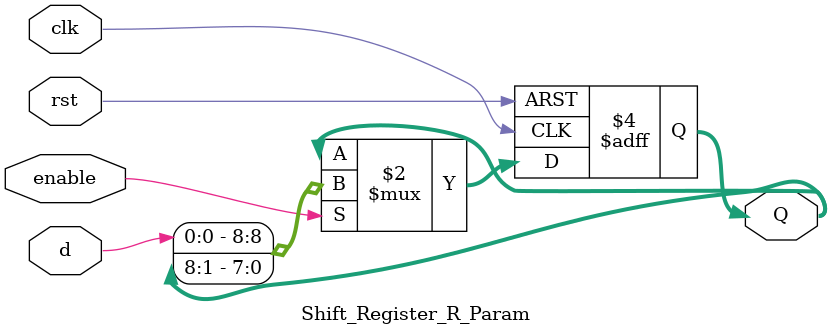
<source format=v>
`timescale 1ns / 1ps
module Shift_Register_R_Param #(parameter width = 9)
    (
    input clk,
    input rst,
    input enable,
    input d,
    output reg [width-1:0] Q
    );
always @(posedge rst, posedge clk)
	begin
		if (rst)
			Q <= {width{1'b0}};
		else
			if (enable)
				Q <= {d,Q[width-1:1]};
	end
endmodule

</source>
